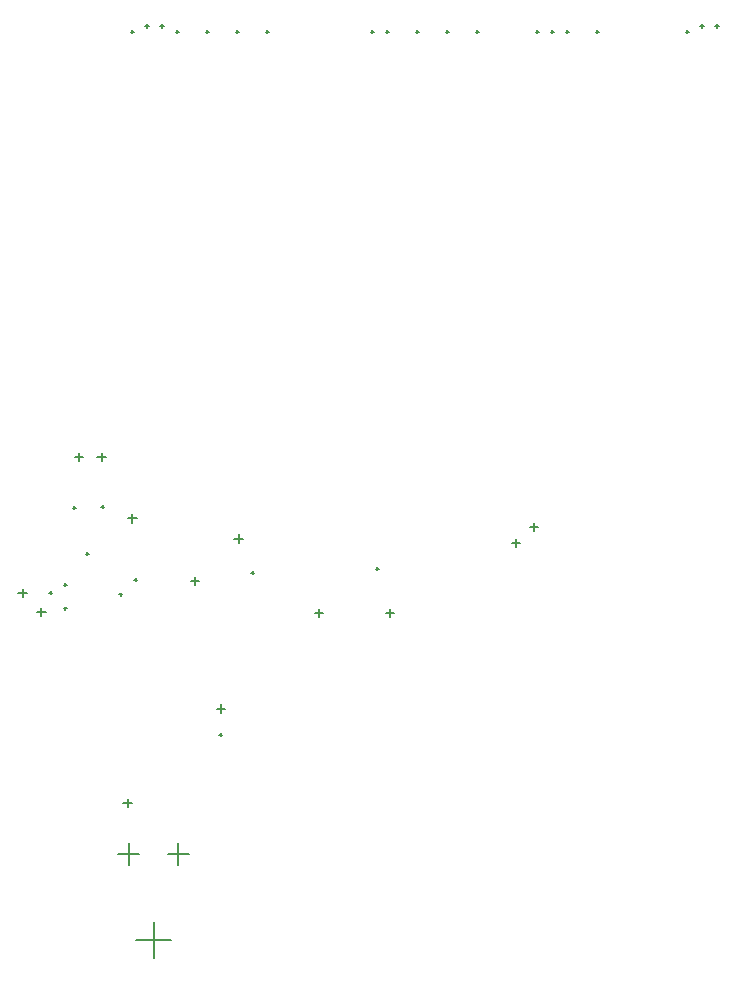
<source format=gbr>
%TF.GenerationSoftware,Altium Limited,Altium Designer,22.9.1 (49)*%
G04 Layer_Color=128*
%FSLAX45Y45*%
%MOMM*%
%TF.SameCoordinates,682DF52B-C038-4893-B781-CD12F227844D*%
%TF.FilePolarity,Positive*%
%TF.FileFunction,Drillmap*%
%TF.Part,Single*%
G01*
G75*
%TA.AperFunction,NonConductor*%
%ADD78C,0.12700*%
D78*
X2350000Y1720000D02*
X2650000D01*
X2500000Y1570000D02*
Y1870000D01*
X2620000Y2450000D02*
X2800000D01*
X2710000Y2360000D02*
Y2540000D01*
X2200000Y2450000D02*
X2380000D01*
X2290000Y2360000D02*
Y2540000D01*
X5534440Y5080000D02*
X5605560D01*
X5570000Y5044440D02*
Y5115560D01*
X5684440Y5220000D02*
X5755560D01*
X5720000Y5184440D02*
Y5255560D01*
X2024440Y5810000D02*
X2095560D01*
X2060000Y5774440D02*
Y5845560D01*
X1834440Y5810000D02*
X1905560D01*
X1870000Y5774440D02*
Y5845560D01*
X2244440Y2880000D02*
X2315560D01*
X2280000Y2844440D02*
Y2915560D01*
X3034440Y3680000D02*
X3105560D01*
X3070000Y3644440D02*
Y3715560D01*
X2814440Y4760000D02*
X2885560D01*
X2850000Y4724440D02*
Y4795560D01*
X1514440Y4500000D02*
X1585560D01*
X1550000Y4464440D02*
Y4535560D01*
X1354440Y4660000D02*
X1425560D01*
X1390000Y4624440D02*
Y4695560D01*
X2284440Y5290000D02*
X2355560D01*
X2320000Y5254440D02*
Y5325560D01*
X4464440Y4490000D02*
X4535560D01*
X4500000Y4454440D02*
Y4525560D01*
X3184440Y5120000D02*
X3255560D01*
X3220000Y5084440D02*
Y5155560D01*
X3864440Y4490000D02*
X3935560D01*
X3900000Y4454440D02*
Y4525560D01*
X4380726Y4864533D02*
X4406126D01*
X4393426Y4851833D02*
Y4877233D01*
X3327300Y4830000D02*
X3352700D01*
X3340000Y4817300D02*
Y4842700D01*
X1927300Y4990000D02*
X1952700D01*
X1940000Y4977300D02*
Y5002700D01*
X1817300Y5380000D02*
X1842700D01*
X1830000Y5367300D02*
Y5392700D01*
X1617300Y4660000D02*
X1642700D01*
X1630000Y4647300D02*
Y4672700D01*
X2057300Y5390000D02*
X2082700D01*
X2070000Y5377300D02*
Y5402700D01*
X1737300Y4530000D02*
X1762700D01*
X1750000Y4517300D02*
Y4542700D01*
X1737300Y4730000D02*
X1762700D01*
X1750000Y4717300D02*
Y4742700D01*
X2207300Y4650000D02*
X2232700D01*
X2220000Y4637300D02*
Y4662700D01*
X7004000Y9410000D02*
X7029400D01*
X7016700Y9397300D02*
Y9422700D01*
X2686000Y9410000D02*
X2711400D01*
X2698700Y9397300D02*
Y9422700D01*
X2337300Y4770000D02*
X2362700D01*
X2350000Y4757300D02*
Y4782700D01*
X3057300Y3460000D02*
X3082700D01*
X3070000Y3447300D02*
Y3472700D01*
X6242000Y9410000D02*
X6267400D01*
X6254700Y9397300D02*
Y9422700D01*
X5988000Y9410000D02*
X6013400D01*
X6000700Y9397300D02*
Y9422700D01*
X5861000Y9410000D02*
X5886400D01*
X5873700Y9397300D02*
Y9422700D01*
X5734000Y9410000D02*
X5759400D01*
X5746700Y9397300D02*
Y9422700D01*
X5226000Y9410000D02*
X5251400D01*
X5238700Y9397300D02*
Y9422700D01*
X4972000Y9410000D02*
X4997400D01*
X4984700Y9397300D02*
Y9422700D01*
X4718000Y9410000D02*
X4743400D01*
X4730700Y9397300D02*
Y9422700D01*
X4464000Y9410000D02*
X4489400D01*
X4476700Y9397300D02*
Y9422700D01*
X4337000Y9410000D02*
X4362400D01*
X4349700Y9397300D02*
Y9422700D01*
X3448000Y9410000D02*
X3473400D01*
X3460700Y9397300D02*
Y9422700D01*
X3194000Y9410000D02*
X3219400D01*
X3206700Y9397300D02*
Y9422700D01*
X2940000Y9410000D02*
X2965400D01*
X2952700Y9397300D02*
Y9422700D01*
X2305000Y9410000D02*
X2330400D01*
X2317700Y9397300D02*
Y9422700D01*
X2426900Y9460000D02*
X2462500D01*
X2444700Y9442200D02*
Y9477800D01*
X2553900Y9460000D02*
X2589500D01*
X2571700Y9442200D02*
Y9477800D01*
X7252900Y9460000D02*
X7288500D01*
X7270700Y9442200D02*
Y9477800D01*
X7125900Y9460000D02*
X7161500D01*
X7143700Y9442200D02*
Y9477800D01*
%TF.MD5,7930ec27f533fa06d65eaaf1e8396449*%
M02*

</source>
